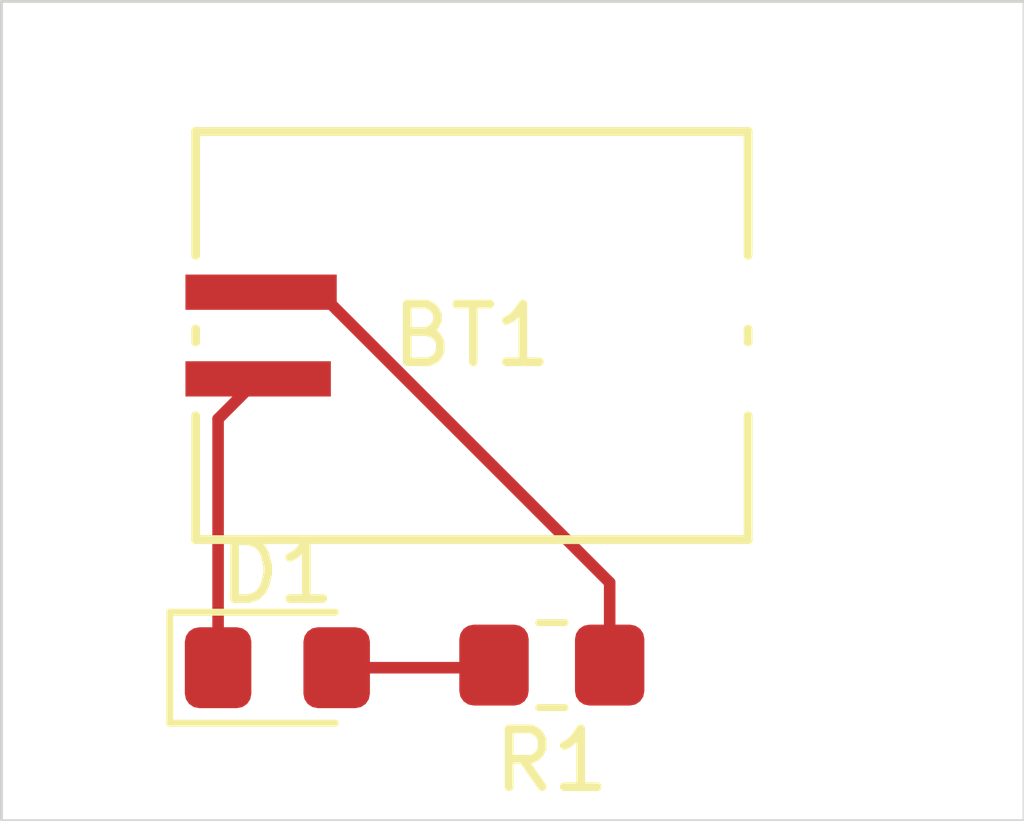
<source format=kicad_pcb>
(kicad_pcb (version 20240108) (generator "pcbnew") (generator_version "8.0")
  (title_block (title "First Project") (date "2024-10-08") (rev "1.0"))
  (layers (0 "F.Cu" signal) (31 "B.Cu" signal) (34 "B.Paste" user) (35 "F.Paste" user) (36 "B.SilkS" user "B.Silkscreen") (37 "F.SilkS" user "F.Silkscreen") (38 "B.Mask" user) (39 "F.Mask" user) (44 "Edge.Cuts" user))
  (net 0 "")
  (net 1 "Net-(BT1--)")
  (net 2 "Net-(BT1-+)")
  (net 3 "Net-(D1-A)")
  (footprint "Resistor_SMD:R_0805_2012Metric_Pad1.20x1.40mm_HandSolder" (layer "F.Cu") (at 243.5512 154.0256 180)
    (property "Reference" "R1" (at 0 -1.65 180) (layer "F.SilkS"))
    (property "Value" "R")
    (fp_line (start -0.227064 0.735) (end 0.227064 0.735) (stroke (width 0.12)) (layer "F.SilkS"))
    (fp_line (start -0.227064 -0.735) (end 0.227064 -0.735) (stroke (width 0.12)) (layer "F.SilkS"))
    (pad "1" smd roundrect (at -1 0 180) (size 1.2 1.4) (layers "F.Cu" "F.Paste" "F.Mask") (roundrect_rratio 0.208333) (net 2 "Net-(BT1-+)"))
    (pad "2" smd roundrect (at 1 0 180) (size 1.2 1.4) (layers "F.Cu" "F.Paste" "F.Mask") (roundrect_rratio 0.208333) (net 3 "Net-(D1-A)"))
  )
  (footprint "LED_SMD:LED_0805_2012Metric_Pad1.15x1.40mm_HandSolder" (layer "F.Cu") (at 238.8062 154.0706)
    (property "Reference" "D1" (at 0 -1.65 0) (layer "F.SilkS"))
    (property "Value" "LED")
    (fp_line (start -1.86 -0.96) (end -1.86 0.96) (stroke (width 0.12)) (layer "F.SilkS"))
    (fp_line (start -1.86 0.96) (end 1 0.96) (stroke (width 0.12)) (layer "F.SilkS"))
    (fp_line (start 1 -0.96) (end -1.86 -0.96) (stroke (width 0.12)) (layer "F.SilkS"))
    (pad "1" smd roundrect (at -1.025 0) (size 1.15 1.4) (layers "F.Cu" "F.Paste" "F.Mask") (roundrect_rratio 0.217391) (net 1 "Net-(BT1--)"))
    (pad "2" smd roundrect (at 1.025 0) (size 1.15 1.4) (layers "F.Cu" "F.Paste" "F.Mask") (roundrect_rratio 0.217391) (net 3 "Net-(D1-A)"))
  )
  (footprint "FS_3_Global_Footprint_Library:MS621FE-FL11E_SEC" (layer "F.Cu") (at 242.1694 148.3244)
    (property "Reference" "BT1" (at 0 0 0) (layer "F.SilkS"))
    (property "Value" "Battery_Cell")
    (fp_line (start -4.7752 -3.5306) (end -4.7752 -1.387541) (stroke (width 0.1524)) (layer "F.SilkS"))
    (fp_line (start -4.7752 -0.112461) (end -4.7752 0.112461) (stroke (width 0.1524)) (layer "F.SilkS"))
    (fp_line (start -4.7752 1.387541) (end -4.7752 3.5306) (stroke (width 0.1524)) (layer "F.SilkS"))
    (fp_line (start -4.7752 3.5306) (end 4.7752 3.5306) (stroke (width 0.1524)) (layer "F.SilkS"))
    (fp_line (start 4.7752 -3.5306) (end -4.7752 -3.5306) (stroke (width 0.1524)) (layer "F.SilkS"))
    (fp_line (start 4.7752 -1.387541) (end 4.7752 -3.5306) (stroke (width 0.1524)) (layer "F.SilkS"))
    (fp_line (start 4.7752 0.112461) (end 4.7752 -0.112461) (stroke (width 0.1524)) (layer "F.SilkS"))
    (fp_line (start 4.7752 3.5306) (end 4.7752 1.387541) (stroke (width 0.1524)) (layer "F.SilkS"))
    (pad "1" smd rect (at -3.6449 -0.750001) (size 2.6162 0.6096) (layers "F.Cu" "F.Paste" "F.Mask") (net 2 "Net-(BT1-+)"))
    (pad "2" smd rect (at -3.6957 0.750001) (size 2.5146 0.6096) (layers "F.Cu" "F.Paste" "F.Mask") (net 1 "Net-(BT1--)"))
  )
  (gr_rect (start 234.0356 142.5448) (end 251.714 156.718) (stroke (width 0.05)) (fill none) (layer "Edge.Cuts"))
  (segment (start 237.7812 154.0706) (end 237.7812 149.766901) (width 0.2) (layer "F.Cu") (net 1))
  (segment (start 237.7812 149.766901) (end 238.4737 149.074401) (width 0.2) (layer "F.Cu") (net 1))
  (segment (start 244.5512 152.597799) (end 239.5278 147.574399) (width 0.2) (layer "F.Cu") (net 2))
  (segment (start 239.5278 147.574399) (end 238.5245 147.574399) (width 0.2) (layer "F.Cu") (net 2))
  (segment (start 244.5512 154.0256) (end 244.5512 152.597799) (width 0.2) (layer "F.Cu") (net 2))
  (segment (start 239.8312 154.0706) (end 242.5062 154.0706) (width 0.2) (layer "F.Cu") (net 3))
  (segment (start 242.5062 154.0706) (end 242.5512 154.0256) (width 0.2) (layer "F.Cu") (net 3))
)
</source>
